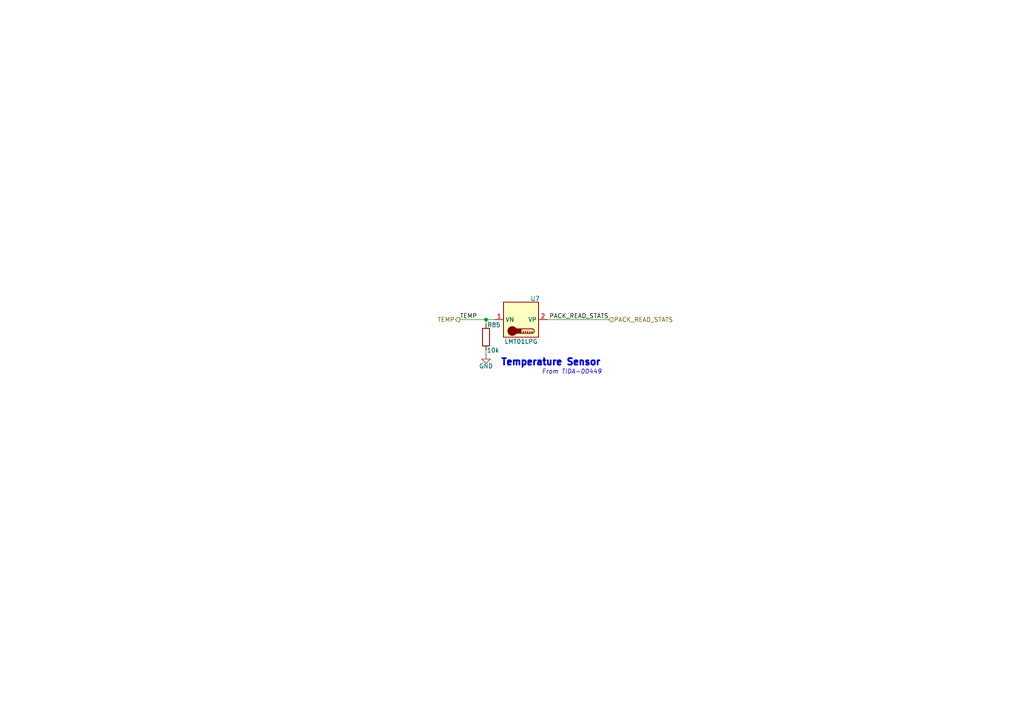
<source format=kicad_sch>
(kicad_sch (version 20250114) (generator "eeschema") (generator_version "9.0")
  (paper "A4")
  (lib_symbols
    (symbol "Device:R" (pin_numbers (hide yes)) (pin_names (offset 0))
      (property "Reference" "R" (at 2.032 0 90))
      (property "Value" "R" (at 0 0 90))
      (symbol "R_0_1"
        (rectangle (start -1.016 -2.54) (end 1.016 2.54) (stroke (width 0.254)))
      )
      (symbol "R_1_1"
        (pin passive line (at 0 3.81 270) (length 1.27) (name "~") (number "1"))
        (pin passive line (at 0 -3.81 90) (length 1.27) (name "~") (number "2"))
      )
    )
    (symbol "Sensor_Temperature:LMT01LPG"
      (property "Reference" "U" (at -3.81 6.35 0))
      (property "Value" "LMT01LPG" (at 6.35 -6.35 0))
      (symbol "LMT01LPG_0_1"
        (polyline (pts (xy -3.937 3.175) (xy -3.937 0)) (stroke (width 0.254)))
        (polyline (pts (xy -3.937 3.175) (xy -3.302 3.175)) (stroke (width 0.254)))
        (polyline (pts (xy -3.937 2.54) (xy -3.302 2.54)) (stroke (width 0.254)))
        (polyline (pts (xy -3.937 1.905) (xy -3.302 1.905)) (stroke (width 0.254)))
        (polyline (pts (xy -3.937 1.27) (xy -3.302 1.27)) (stroke (width 0.254)))
        (polyline (pts (xy -3.937 0.635) (xy -3.302 0.635)) (stroke (width 0.254)))
        (arc (start -3.937 3.175) (mid -3.302 3.8073) (end -2.667 3.175) (stroke (width 0.254)))
        (circle (center -3.302 -2.54) (radius 1.27) (stroke (width 0.254)) (fill (type outline)))
        (polyline (pts (xy -2.667 3.175) (xy -2.667 0)) (stroke (width 0.254)))
        (rectangle (start -2.667 -1.905) (end -3.937 0) (stroke (width 0.254)) (fill (type outline)))
      )
      (symbol "LMT01LPG_1_1"
        (rectangle (start -5.08 5.08) (end 5.08 -5.08) (stroke (width 0.254)) (fill (type background)))
        (pin bidirectional line (at 0 7.62 270) (length 2.54) (name "VP") (number "2"))
        (pin bidirectional line (at 0 -7.62 90) (length 2.54) (name "VN") (number "1"))
      )
    )
    (symbol "power:GND" (power) (pin_numbers (hide yes)) (pin_names (offset 0) (hide yes))
      (property "Value" "GND" (at 0 -3.81 0))
      (symbol "GND_0_1"
        (polyline (pts (xy 0 0) (xy 0 -1.27) (xy 1.27 -1.27) (xy 0 -2.54) (xy -1.27 -1.27) (xy 0 -1.27)))
      )
      (symbol "GND_1_1"
        (pin power_in line (at 0 0 270) (length 0) (name "~") (number "1"))
      )
    )
  )
  (text "Temperature Sensor" (at 159.766 105.156 0) (effects (font (size 1.905 1.905) (thickness 0.508) (bold yes))))
  (text "From TIDA-00449" (at 165.862 107.95 0) (effects (font (size 1.27 1.27) (italic yes))))
  (junction (at 140.97 92.71))
  (wire (pts (xy 158.75 92.71) (xy 176.53 92.71)))
  (wire (pts (xy 140.97 92.71) (xy 140.97 93.98)))
  (wire (pts (xy 133.35 92.71) (xy 140.97 92.71)))
  (wire (pts (xy 140.97 101.6) (xy 140.97 102.87)))
  (wire (pts (xy 140.97 92.71) (xy 143.51 92.71)))
  (label "TEMP" (at 133.35 92.71 0))
  (label "PACK_READ_STATS" (at 176.53 92.71 180))
  (hierarchical_label "PACK_READ_STATS" (shape input) (at 176.53 92.71 0))
  (hierarchical_label "TEMP" (shape output) (at 133.35 92.71 180))
  (symbol (lib_id "Sensor_Temperature:LMT01LPG") (at 151.13 92.71 270) (mirror x) (unit 1)
    (property "Reference" "U7" (at 155.194 86.614 90))
    (property "Value" "LMT01LPG" (at 151.13 99.06 90))
    (property "Footprint" "Package_TO_SOT_THT:TO-92-2" (effects (hide yes)))
    (property "Datasheet" "https://www.ti.com/lit/ds/symlink/lmt01.pdf" (effects (hide yes)))
    (property "Description" "0.5°C Accurate 2-Pin Digital Output Temperature Sensor With Pulse Count Interface. TO-92-2 package" (effects (hide yes)))
  )
  (symbol (lib_id "Device:R") (at 140.97 97.79 180) (unit 1)
    (property "Reference" "R85" (at 143.256 94.234 0))
    (property "Value" "10k" (at 143.002 101.6 0))
    (property "Description" "Resistor" (effects (hide yes)))
  )
  (symbol (lib_id "power:GND") (at 140.97 102.87 0) (unit 1)
    (property "Reference" "#PWR032" (effects (hide yes)))
    (property "Value" "GND" (at 143.002 106.172 0) (effects (justify right)))
    (property "Description" "Power symbol creates a global label with name \"GND\" , ground" (effects (hide yes)))
  )
)
</source>
